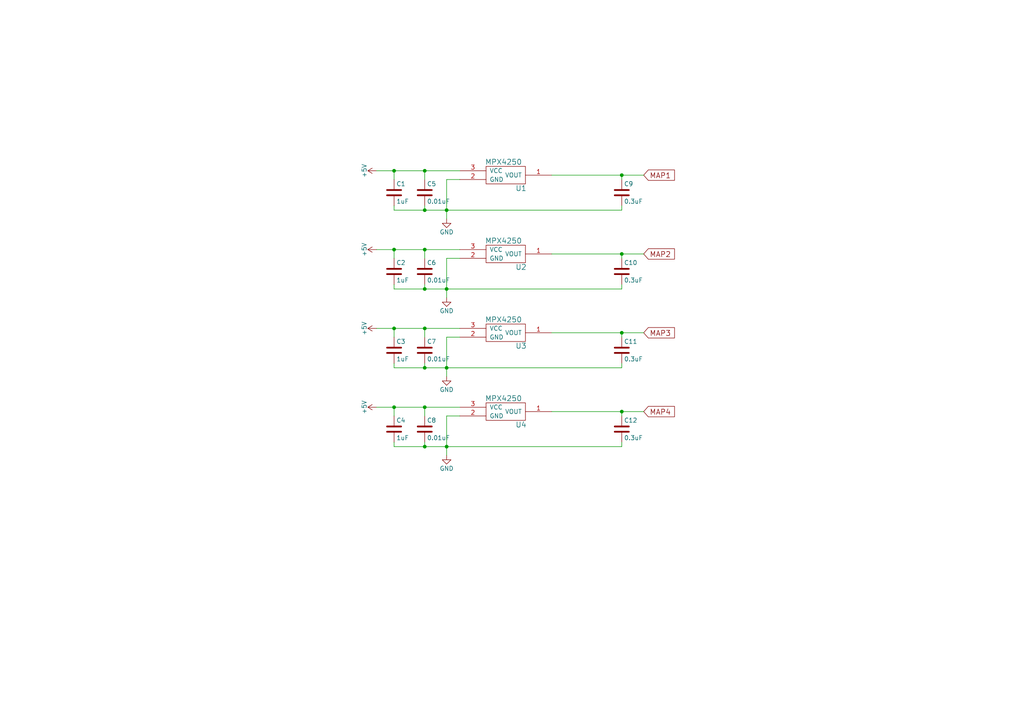
<source format=kicad_sch>
(kicad_sch (version 20230121) (generator eeschema)
  (paper "A4")
  (lib_symbols
    (symbol "SpeedyMAP-rescue:+5V" (power) (pin_names (offset 0))
      (property "Value" "+5V" (at 0 3.556 0))
      (symbol "+5V_0_1"
        (polyline (pts (xy -0.762 1.27) (xy 0 2.54)))
        (polyline (pts (xy 0 0) (xy 0 2.54)))
        (polyline (pts (xy 0 2.54) (xy 0.762 1.27)))
      )
      (symbol "+5V_1_1"
        (pin power_in line (at 0 0 90) (length 0) hide (name "+5V") (number "1"))
      )
    )
    (symbol "SpeedyMAP-rescue:C" (pin_numbers hide) (pin_names (offset 0.254))
      (property "Reference" "C" (at 0.635 2.54 0))
      (property "Value" "C" (at 0.635 -2.54 0))
      (symbol "C_0_1"
        (polyline (pts (xy -2.032 -0.762) (xy 2.032 -0.762)) (stroke (width 0.508)))
        (polyline (pts (xy -2.032 0.762) (xy 2.032 0.762)) (stroke (width 0.508)))
      )
      (symbol "C_1_1"
        (pin passive line (at 0 3.81 270) (length 2.794) (name "~") (number "1"))
        (pin passive line (at 0 -3.81 90) (length 2.794) (name "~") (number "2"))
      )
    )
    (symbol "SpeedyMAP-rescue:GND" (power) (pin_names (offset 0))
      (property "Value" "GND" (at 0 -3.81 0))
      (symbol "GND_0_1"
        (polyline (pts (xy 0 0) (xy 0 -1.27) (xy 1.27 -1.27) (xy 0 -2.54) (xy -1.27 -1.27) (xy 0 -1.27)))
      )
      (symbol "GND_1_1"
        (pin power_in line (at 0 0 270) (length 0) hide (name "GND") (number "1"))
      )
    )
    (symbol "SpeedyMAP-rescue:MPX4250" (pin_names (offset 1.016))
      (property "Reference" "U" (at 3.81 -3.81 0))
      (property "Value" "MPX4250" (at -1.27 3.81 0))
      (symbol "MPX4250_0_1"
        (rectangle (start -6.35 2.54) (end 5.08 -2.54))
      )
      (symbol "MPX4250_1_1"
        (pin output line (at 12.7 0 180) (length 7.62) (name "VOUT") (number "1"))
        (pin power_in line (at -13.97 -1.27 0) (length 7.62) (name "GND") (number "2"))
        (pin power_in line (at -13.97 1.27 0) (length 7.62) (name "VCC") (number "3"))
      )
    )
  )
  (junction (at 180.34 96.52))
  (junction (at 123.19 83.82))
  (junction (at 123.19 72.39))
  (junction (at 180.34 119.38))
  (junction (at 114.3 118.11))
  (junction (at 123.19 129.54))
  (junction (at 123.19 118.11))
  (junction (at 129.54 83.82))
  (junction (at 114.3 49.53))
  (junction (at 123.19 106.68))
  (junction (at 129.54 106.68))
  (junction (at 123.19 60.96))
  (junction (at 180.34 73.66))
  (junction (at 114.3 95.25))
  (junction (at 129.54 129.54))
  (junction (at 129.54 60.96))
  (junction (at 180.34 50.8))
  (junction (at 123.19 95.25))
  (junction (at 114.3 72.39))
  (junction (at 123.19 49.53))
  (wire (pts (xy 133.35 52.07) (xy 129.54 52.07)))
  (wire (pts (xy 129.54 52.07) (xy 129.54 60.96)))
  (wire (pts (xy 123.19 118.11) (xy 133.35 118.11)))
  (wire (pts (xy 180.34 119.38) (xy 180.34 120.65)))
  (wire (pts (xy 123.19 105.41) (xy 123.19 106.68)))
  (wire (pts (xy 123.19 118.11) (xy 123.19 120.65)))
  (wire (pts (xy 180.34 73.66) (xy 180.34 74.93)))
  (wire (pts (xy 129.54 83.82) (xy 180.34 83.82)))
  (wire (pts (xy 133.35 74.93) (xy 129.54 74.93)))
  (wire (pts (xy 129.54 106.68) (xy 180.34 106.68)))
  (wire (pts (xy 109.22 95.25) (xy 114.3 95.25)))
  (wire (pts (xy 129.54 83.82) (xy 129.54 86.36)))
  (wire (pts (xy 180.34 119.38) (xy 186.69 119.38)))
  (wire (pts (xy 109.22 118.11) (xy 114.3 118.11)))
  (wire (pts (xy 123.19 129.54) (xy 129.54 129.54)))
  (wire (pts (xy 114.3 129.54) (xy 114.3 128.27)))
  (wire (pts (xy 123.19 72.39) (xy 133.35 72.39)))
  (wire (pts (xy 114.3 118.11) (xy 123.19 118.11)))
  (wire (pts (xy 123.19 49.53) (xy 133.35 49.53)))
  (wire (pts (xy 133.35 120.65) (xy 129.54 120.65)))
  (wire (pts (xy 114.3 129.54) (xy 123.19 129.54)))
  (wire (pts (xy 123.19 128.27) (xy 123.19 129.54)))
  (wire (pts (xy 114.3 49.53) (xy 114.3 52.07)))
  (wire (pts (xy 114.3 60.96) (xy 123.19 60.96)))
  (wire (pts (xy 123.19 49.53) (xy 123.19 52.07)))
  (wire (pts (xy 123.19 95.25) (xy 133.35 95.25)))
  (wire (pts (xy 180.34 96.52) (xy 180.34 97.79)))
  (wire (pts (xy 123.19 106.68) (xy 129.54 106.68)))
  (wire (pts (xy 129.54 106.68) (xy 129.54 109.22)))
  (wire (pts (xy 109.22 72.39) (xy 114.3 72.39)))
  (wire (pts (xy 114.3 118.11) (xy 114.3 120.65)))
  (wire (pts (xy 123.19 83.82) (xy 129.54 83.82)))
  (wire (pts (xy 129.54 74.93) (xy 129.54 83.82)))
  (wire (pts (xy 129.54 120.65) (xy 129.54 129.54)))
  (wire (pts (xy 180.34 50.8) (xy 180.34 52.07)))
  (wire (pts (xy 114.3 49.53) (xy 123.19 49.53)))
  (wire (pts (xy 180.34 73.66) (xy 186.69 73.66)))
  (wire (pts (xy 129.54 129.54) (xy 180.34 129.54)))
  (wire (pts (xy 129.54 129.54) (xy 129.54 132.08)))
  (wire (pts (xy 123.19 59.69) (xy 123.19 60.96)))
  (wire (pts (xy 180.34 129.54) (xy 180.34 128.27)))
  (wire (pts (xy 129.54 60.96) (xy 180.34 60.96)))
  (wire (pts (xy 114.3 106.68) (xy 114.3 105.41)))
  (wire (pts (xy 114.3 83.82) (xy 123.19 83.82)))
  (wire (pts (xy 129.54 97.79) (xy 129.54 106.68)))
  (wire (pts (xy 180.34 96.52) (xy 186.69 96.52)))
  (wire (pts (xy 123.19 60.96) (xy 129.54 60.96)))
  (wire (pts (xy 123.19 95.25) (xy 123.19 97.79)))
  (wire (pts (xy 160.02 96.52) (xy 180.34 96.52)))
  (wire (pts (xy 114.3 95.25) (xy 114.3 97.79)))
  (wire (pts (xy 160.02 50.8) (xy 180.34 50.8)))
  (wire (pts (xy 180.34 50.8) (xy 186.69 50.8)))
  (wire (pts (xy 114.3 72.39) (xy 123.19 72.39)))
  (wire (pts (xy 114.3 72.39) (xy 114.3 74.93)))
  (wire (pts (xy 114.3 60.96) (xy 114.3 59.69)))
  (wire (pts (xy 114.3 83.82) (xy 114.3 82.55)))
  (wire (pts (xy 123.19 82.55) (xy 123.19 83.82)))
  (wire (pts (xy 109.22 49.53) (xy 114.3 49.53)))
  (wire (pts (xy 160.02 119.38) (xy 180.34 119.38)))
  (wire (pts (xy 114.3 106.68) (xy 123.19 106.68)))
  (wire (pts (xy 180.34 106.68) (xy 180.34 105.41)))
  (wire (pts (xy 180.34 60.96) (xy 180.34 59.69)))
  (wire (pts (xy 180.34 83.82) (xy 180.34 82.55)))
  (wire (pts (xy 160.02 73.66) (xy 180.34 73.66)))
  (wire (pts (xy 123.19 72.39) (xy 123.19 74.93)))
  (wire (pts (xy 133.35 97.79) (xy 129.54 97.79)))
  (wire (pts (xy 114.3 95.25) (xy 123.19 95.25)))
  (wire (pts (xy 129.54 60.96) (xy 129.54 63.5)))
  (global_label "MAP1" (shape input) (at 186.69 50.8 0) (effects (font (size 1.524 1.524))) (property "Intersheetrefs" "${INTERSHEET_REFS}" (effects hide)))
  (global_label "MAP4" (shape input) (at 186.69 119.38 0) (effects (font (size 1.524 1.524))) (property "Intersheetrefs" "${INTERSHEET_REFS}" (effects hide)))
  (global_label "MAP2" (shape input) (at 186.69 73.66 0) (effects (font (size 1.524 1.524))) (property "Intersheetrefs" "${INTERSHEET_REFS}" (effects hide)))
  (global_label "MAP3" (shape input) (at 186.69 96.52 0) (effects (font (size 1.524 1.524))) (property "Intersheetrefs" "${INTERSHEET_REFS}" (effects hide)))
  (symbol (lib_id "SpeedyMAP-rescue:MPX4250") (at 147.32 73.66 0) (unit 1)
    (property "Reference" "U2" (at 151.13 77.47 0) (effects (font (size 1.524 1.524))))
    (property "Value" "MPX4250" (at 146.05 69.85 0) (effects (font (size 1.524 1.524))))
    (property "Footprint" "MPX4250:MPX4250" (effects hide))
  )
  (symbol (lib_id "SpeedyMAP-rescue:GND") (at 129.54 86.36 0) (unit 1)
    (property "Reference" "#PWR016" (effects hide))
    (property "Value" "GND" (at 129.54 90.17 0))
  )
  (symbol (lib_id "SpeedyMAP-rescue:C") (at 180.34 78.74 0) (unit 1)
    (property "Reference" "C10" (at 180.975 76.2 0) (effects (justify left)))
    (property "Value" "0.3uF" (at 180.975 81.28 0) (effects (justify left)))
    (property "Footprint" "Capacitor_SMD:C_0805_2012Metric_Pad1.18x1.45mm_HandSolder" (effects hide))
  )
  (symbol (lib_id "SpeedyMAP-rescue:+5V") (at 109.22 72.39 90) (unit 1)
    (property "Reference" "#PWR?" (effects hide))
    (property "Value" "+5V" (at 105.664 72.39 0))
    (instances (project "SpeedyMAP" (path "" (reference "#PWR?") (unit 1)) (path "" (reference "#PWR012") (unit 1))))
  )
  (symbol (lib_id "SpeedyMAP-rescue:C") (at 114.3 78.74 0) (unit 1)
    (property "Reference" "C2" (at 114.935 76.2 0) (effects (justify left)))
    (property "Value" "1uF" (at 114.935 81.28 0) (effects (justify left)))
    (property "Footprint" "Capacitor_SMD:C_0805_2012Metric_Pad1.18x1.45mm_HandSolder" (effects hide))
    (property "Digikey Part Number" "311-1365-1-ND" (effects hide))
    (property "Manufacturer_Name" "Yageo" (effects hide))
    (property "Manufacturer_Part_Number" "CC0805KKX7R7BB105" (effects hide))
  )
  (symbol (lib_id "SpeedyMAP-rescue:C") (at 123.19 78.74 0) (unit 1)
    (property "Reference" "C6" (at 123.825 76.2 0) (effects (justify left)))
    (property "Value" "0.01uF" (at 123.825 81.28 0) (effects (justify left)))
    (property "Footprint" "Capacitor_SMD:C_0805_2012Metric_Pad1.18x1.45mm_HandSolder" (effects hide))
    (property "Digikey Part Number" "311-1136-1-ND" (effects hide))
    (property "Manufacturer_Name" "Yageo" (effects hide))
    (property "Manufacturer_Part_Number" "CC0805KRX7R9BB103" (effects hide))
  )
  (symbol (lib_id "SpeedyMAP-rescue:MPX4250") (at 147.32 50.8 0) (unit 1)
    (property "Reference" "U1" (at 151.13 54.61 0) (effects (font (size 1.524 1.524))))
    (property "Value" "MPX4250" (at 146.05 46.99 0) (effects (font (size 1.524 1.524))))
    (property "Footprint" "MPX4250:MPX4250" (effects hide))
  )
  (symbol (lib_id "SpeedyMAP-rescue:GND") (at 129.54 63.5 0) (unit 1)
    (property "Reference" "#PWR015" (effects hide))
    (property "Value" "GND" (at 129.54 67.31 0))
  )
  (symbol (lib_id "SpeedyMAP-rescue:C") (at 180.34 55.88 0) (unit 1)
    (property "Reference" "C9" (at 180.975 53.34 0) (effects (justify left)))
    (property "Value" "0.3uF" (at 180.975 58.42 0) (effects (justify left)))
    (property "Footprint" "Capacitor_SMD:C_0805_2012Metric_Pad1.18x1.45mm_HandSolder" (effects hide))
  )
  (symbol (lib_id "SpeedyMAP-rescue:+5V") (at 109.22 49.53 90) (unit 1)
    (property "Reference" "#PWR?" (effects hide))
    (property "Value" "+5V" (at 105.664 49.53 0))
    (instances (project "SpeedyMAP" (path "" (reference "#PWR?") (unit 1)) (path "" (reference "#PWR011") (unit 1))))
  )
  (symbol (lib_id "SpeedyMAP-rescue:C") (at 114.3 55.88 0) (unit 1)
    (property "Reference" "C1" (at 114.935 53.34 0) (effects (justify left)))
    (property "Value" "1uF" (at 114.935 58.42 0) (effects (justify left)))
    (property "Footprint" "Capacitor_SMD:C_0805_2012Metric_Pad1.18x1.45mm_HandSolder" (effects hide))
    (property "Digikey Part Number" "311-1365-1-ND" (effects hide))
    (property "Manufacturer_Name" "Yageo" (effects hide))
    (property "Manufacturer_Part_Number" "CC0805KKX7R7BB105" (effects hide))
  )
  (symbol (lib_id "SpeedyMAP-rescue:C") (at 123.19 55.88 0) (unit 1)
    (property "Reference" "C5" (at 123.825 53.34 0) (effects (justify left)))
    (property "Value" "0.01uF" (at 123.825 58.42 0) (effects (justify left)))
    (property "Footprint" "Capacitor_SMD:C_0805_2012Metric_Pad1.18x1.45mm_HandSolder" (effects hide))
    (property "Digikey Part Number" "311-1136-1-ND" (effects hide))
    (property "Manufacturer_Name" "Yageo" (effects hide))
    (property "Manufacturer_Part_Number" "CC0805KRX7R9BB103" (effects hide))
  )
  (symbol (lib_id "SpeedyMAP-rescue:MPX4250") (at 147.32 96.52 0) (unit 1)
    (property "Reference" "U3" (at 151.13 100.33 0) (effects (font (size 1.524 1.524))))
    (property "Value" "MPX4250" (at 146.05 92.71 0) (effects (font (size 1.524 1.524))))
    (property "Footprint" "MPX4250:MPX4250" (effects hide))
  )
  (symbol (lib_id "SpeedyMAP-rescue:GND") (at 129.54 109.22 0) (unit 1)
    (property "Reference" "#PWR017" (effects hide))
    (property "Value" "GND" (at 129.54 113.03 0))
  )
  (symbol (lib_id "SpeedyMAP-rescue:C") (at 180.34 101.6 0) (unit 1)
    (property "Reference" "C11" (at 180.975 99.06 0) (effects (justify left)))
    (property "Value" "0.3uF" (at 180.975 104.14 0) (effects (justify left)))
    (property "Footprint" "Capacitor_SMD:C_0805_2012Metric_Pad1.18x1.45mm_HandSolder" (effects hide))
  )
  (symbol (lib_id "SpeedyMAP-rescue:+5V") (at 109.22 95.25 90) (unit 1)
    (property "Reference" "#PWR?" (effects hide))
    (property "Value" "+5V" (at 105.664 95.25 0))
    (instances (project "SpeedyMAP" (path "" (reference "#PWR?") (unit 1)) (path "" (reference "#PWR013") (unit 1))))
  )
  (symbol (lib_id "SpeedyMAP-rescue:C") (at 114.3 101.6 0) (unit 1)
    (property "Reference" "C3" (at 114.935 99.06 0) (effects (justify left)))
    (property "Value" "1uF" (at 114.935 104.14 0) (effects (justify left)))
    (property "Footprint" "Capacitor_SMD:C_0805_2012Metric_Pad1.18x1.45mm_HandSolder" (effects hide))
    (property "Digikey Part Number" "311-1365-1-ND" (effects hide))
    (property "Manufacturer_Name" "Yageo" (effects hide))
    (property "Manufacturer_Part_Number" "CC0805KKX7R7BB105" (effects hide))
  )
  (symbol (lib_id "SpeedyMAP-rescue:C") (at 123.19 101.6 0) (unit 1)
    (property "Reference" "C7" (at 123.825 99.06 0) (effects (justify left)))
    (property "Value" "0.01uF" (at 123.825 104.14 0) (effects (justify left)))
    (property "Footprint" "Capacitor_SMD:C_0805_2012Metric_Pad1.18x1.45mm_HandSolder" (effects hide))
    (property "Digikey Part Number" "311-1136-1-ND" (effects hide))
    (property "Manufacturer_Name" "Yageo" (effects hide))
    (property "Manufacturer_Part_Number" "CC0805KRX7R9BB103" (effects hide))
  )
  (symbol (lib_id "SpeedyMAP-rescue:MPX4250") (at 147.32 119.38 0) (unit 1)
    (property "Reference" "U4" (at 151.13 123.19 0) (effects (font (size 1.524 1.524))))
    (property "Value" "MPX4250" (at 146.05 115.57 0) (effects (font (size 1.524 1.524))))
    (property "Footprint" "MPX4250:MPX4250" (effects hide))
  )
  (symbol (lib_id "SpeedyMAP-rescue:GND") (at 129.54 132.08 0) (unit 1)
    (property "Reference" "#PWR018" (effects hide))
    (property "Value" "GND" (at 129.54 135.89 0))
  )
  (symbol (lib_id "SpeedyMAP-rescue:C") (at 180.34 124.46 0) (unit 1)
    (property "Reference" "C12" (at 180.975 121.92 0) (effects (justify left)))
    (property "Value" "0.3uF" (at 180.975 127 0) (effects (justify left)))
    (property "Footprint" "Capacitor_SMD:C_0805_2012Metric_Pad1.18x1.45mm_HandSolder" (effects hide))
  )
  (symbol (lib_id "SpeedyMAP-rescue:+5V") (at 109.22 118.11 90) (unit 1)
    (property "Reference" "#PWR?" (effects hide))
    (property "Value" "+5V" (at 105.664 118.11 0))
    (instances (project "SpeedyMAP" (path "" (reference "#PWR?") (unit 1)) (path "" (reference "#PWR014") (unit 1))))
  )
  (symbol (lib_id "SpeedyMAP-rescue:C") (at 114.3 124.46 0) (unit 1)
    (property "Reference" "C4" (at 114.935 121.92 0) (effects (justify left)))
    (property "Value" "1uF" (at 114.935 127 0) (effects (justify left)))
    (property "Footprint" "Capacitor_SMD:C_0805_2012Metric_Pad1.18x1.45mm_HandSolder" (effects hide))
    (property "Digikey Part Number" "311-1365-1-ND" (effects hide))
    (property "Manufacturer_Name" "Yageo" (effects hide))
    (property "Manufacturer_Part_Number" "CC0805KKX7R7BB105" (effects hide))
  )
  (symbol (lib_id "SpeedyMAP-rescue:C") (at 123.19 124.46 0) (unit 1)
    (property "Reference" "C8" (at 123.825 121.92 0) (effects (justify left)))
    (property "Value" "0.01uF" (at 123.825 127 0) (effects (justify left)))
    (property "Footprint" "Capacitor_SMD:C_0805_2012Metric_Pad1.18x1.45mm_HandSolder" (effects hide))
    (property "Digikey Part Number" "311-1136-1-ND" (effects hide))
    (property "Manufacturer_Name" "Yageo" (effects hide))
    (property "Manufacturer_Part_Number" "CC0805KRX7R9BB103" (effects hide))
  )
)
</source>
